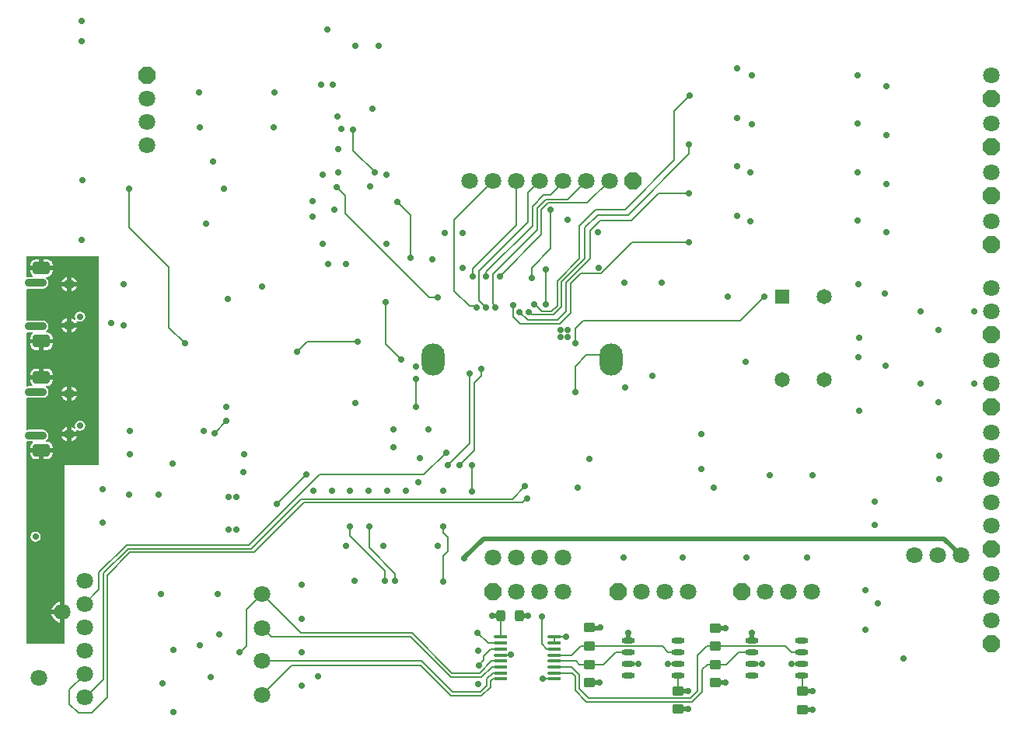
<source format=gbl>
G04*
G04 #@! TF.GenerationSoftware,Altium Limited,Altium Designer,19.0.12 (326)*
G04*
G04 Layer_Physical_Order=4*
G04 Layer_Color=32768*
%FSLAX42Y42*%
%MOMM*%
G71*
G01*
G75*
%ADD12C,0.20*%
%ADD78C,0.50*%
G04:AMPARAMS|DCode=79|XSize=1mm|YSize=1.25mm|CornerRadius=0.25mm|HoleSize=0mm|Usage=FLASHONLY|Rotation=270.000|XOffset=0mm|YOffset=0mm|HoleType=Round|Shape=RoundedRectangle|*
%AMROUNDEDRECTD79*
21,1,1.00,0.75,0,0,270.0*
21,1,0.50,1.25,0,0,270.0*
1,1,0.50,-0.38,-0.25*
1,1,0.50,-0.38,0.25*
1,1,0.50,0.38,0.25*
1,1,0.50,0.38,-0.25*
%
%ADD79ROUNDEDRECTD79*%
G04:AMPARAMS|DCode=86|XSize=1mm|YSize=1.25mm|CornerRadius=0.25mm|HoleSize=0mm|Usage=FLASHONLY|Rotation=0.000|XOffset=0mm|YOffset=0mm|HoleType=Round|Shape=RoundedRectangle|*
%AMROUNDEDRECTD86*
21,1,1.00,0.75,0,0,0.0*
21,1,0.50,1.25,0,0,0.0*
1,1,0.50,0.25,-0.38*
1,1,0.50,-0.25,-0.38*
1,1,0.50,-0.25,0.38*
1,1,0.50,0.25,0.38*
%
%ADD86ROUNDEDRECTD86*%
%ADD93O,1.45X0.60*%
%ADD121C,0.75*%
%ADD122R,1.65X1.65*%
%ADD123C,1.65*%
%ADD124C,1.80*%
%ADD125P,1.95X8X292.5*%
%ADD126O,2.42X0.85*%
G04:AMPARAMS|DCode=127|XSize=1.9mm|YSize=1.38mm|CornerRadius=0.34mm|HoleSize=0mm|Usage=FLASHONLY|Rotation=180.000|XOffset=0mm|YOffset=0mm|HoleType=Round|Shape=RoundedRectangle|*
%AMROUNDEDRECTD127*
21,1,1.90,0.69,0,0,180.0*
21,1,1.21,1.38,0,0,180.0*
1,1,0.69,-0.61,0.34*
1,1,0.69,0.61,0.34*
1,1,0.69,0.61,-0.34*
1,1,0.69,-0.61,-0.34*
%
%ADD127ROUNDEDRECTD127*%
%ADD128O,1.25X1.05*%
%ADD129P,1.95X8X22.5*%
%ADD130C,0.70*%
%ADD131O,1.47X0.36*%
%ADD132O,2.54X3.51*%
G36*
X840Y2850D02*
X470Y2850D01*
X470Y1371D01*
X462Y1365D01*
Y1247D01*
Y1129D01*
X470Y1123D01*
Y899D01*
X50Y899D01*
X50Y1720D01*
Y3103D01*
X60Y3111D01*
X71Y3109D01*
X118D01*
X122Y3096D01*
X111Y3089D01*
X98Y3069D01*
X93Y3046D01*
Y3036D01*
X337D01*
Y3046D01*
X332Y3069D01*
X319Y3089D01*
X299Y3102D01*
X276Y3107D01*
X265D01*
X262Y3119D01*
X274Y3127D01*
X288Y3148D01*
X292Y3173D01*
X288Y3197D01*
X274Y3218D01*
X253Y3231D01*
X229Y3236D01*
X71D01*
X60Y3234D01*
X50Y3242D01*
Y3578D01*
X60Y3586D01*
X71Y3584D01*
X229D01*
X253Y3589D01*
X274Y3602D01*
X288Y3623D01*
X292Y3648D01*
X288Y3672D01*
X274Y3693D01*
X262Y3701D01*
X265Y3713D01*
X276D01*
X299Y3718D01*
X319Y3731D01*
X332Y3751D01*
X337Y3774D01*
Y3784D01*
X215D01*
X93D01*
Y3774D01*
X98Y3751D01*
X111Y3731D01*
X122Y3724D01*
X118Y3711D01*
X71D01*
X60Y3709D01*
X50Y3717D01*
Y4293D01*
X60Y4301D01*
X71Y4299D01*
X118D01*
X122Y4286D01*
X111Y4279D01*
X98Y4259D01*
X93Y4236D01*
Y4226D01*
X337D01*
Y4236D01*
X332Y4259D01*
X319Y4279D01*
X299Y4292D01*
X276Y4297D01*
X265D01*
X262Y4309D01*
X274Y4317D01*
X288Y4338D01*
X292Y4363D01*
X288Y4387D01*
X274Y4408D01*
X253Y4421D01*
X229Y4426D01*
X71D01*
X60Y4424D01*
X50Y4432D01*
Y4768D01*
X60Y4776D01*
X71Y4774D01*
X229D01*
X253Y4779D01*
X274Y4792D01*
X288Y4813D01*
X292Y4838D01*
X288Y4862D01*
X274Y4883D01*
X262Y4891D01*
X265Y4903D01*
X276D01*
X299Y4908D01*
X319Y4921D01*
X332Y4941D01*
X337Y4964D01*
Y4974D01*
X215D01*
X93D01*
Y4964D01*
X98Y4941D01*
X111Y4921D01*
X122Y4914D01*
X118Y4901D01*
X71D01*
X60Y4899D01*
X50Y4907D01*
Y5130D01*
X840D01*
Y2850D01*
D02*
G37*
%LPC*%
G36*
X276Y5094D02*
X240D01*
Y5024D01*
X337D01*
Y5033D01*
X332Y5056D01*
X319Y5076D01*
X299Y5089D01*
X276Y5094D01*
D02*
G37*
G36*
X190D02*
X154D01*
X131Y5089D01*
X111Y5076D01*
X98Y5056D01*
X93Y5033D01*
Y5024D01*
X190D01*
Y5094D01*
D02*
G37*
G36*
X540Y4899D02*
Y4847D01*
X599D01*
X593Y4862D01*
X581Y4878D01*
X564Y4891D01*
X545Y4898D01*
X540Y4899D01*
D02*
G37*
G36*
X490D02*
X485Y4898D01*
X466Y4891D01*
X449Y4878D01*
X437Y4862D01*
X431Y4847D01*
X490D01*
Y4899D01*
D02*
G37*
G36*
X599Y4797D02*
X540D01*
Y4746D01*
X545Y4747D01*
X564Y4754D01*
X581Y4767D01*
X593Y4783D01*
X599Y4797D01*
D02*
G37*
G36*
X490D02*
X431D01*
X437Y4783D01*
X449Y4767D01*
X466Y4754D01*
X485Y4747D01*
X490Y4746D01*
Y4797D01*
D02*
G37*
G36*
X635Y4526D02*
X613Y4522D01*
X595Y4510D01*
X583Y4491D01*
X579Y4470D01*
X583Y4449D01*
X585Y4446D01*
X576Y4437D01*
X564Y4446D01*
X545Y4453D01*
X540Y4454D01*
Y4402D01*
X599D01*
X593Y4417D01*
X602Y4426D01*
X613Y4418D01*
X635Y4414D01*
X656Y4418D01*
X675Y4430D01*
X687Y4449D01*
X691Y4470D01*
X687Y4491D01*
X675Y4510D01*
X656Y4522D01*
X635Y4526D01*
D02*
G37*
G36*
X490Y4454D02*
X485Y4453D01*
X466Y4446D01*
X449Y4433D01*
X437Y4417D01*
X431Y4402D01*
X490D01*
Y4454D01*
D02*
G37*
G36*
X599Y4352D02*
X540D01*
Y4301D01*
X545Y4302D01*
X564Y4309D01*
X581Y4322D01*
X593Y4338D01*
X599Y4352D01*
D02*
G37*
G36*
X490D02*
X431D01*
X437Y4338D01*
X449Y4322D01*
X466Y4309D01*
X485Y4302D01*
X490Y4301D01*
Y4352D01*
D02*
G37*
G36*
X337Y4176D02*
X240D01*
Y4106D01*
X276D01*
X299Y4111D01*
X319Y4124D01*
X332Y4144D01*
X337Y4167D01*
Y4176D01*
D02*
G37*
G36*
X190D02*
X93D01*
Y4167D01*
X98Y4144D01*
X111Y4124D01*
X131Y4111D01*
X154Y4106D01*
X190D01*
Y4176D01*
D02*
G37*
G36*
X276Y3904D02*
X240D01*
Y3834D01*
X337D01*
Y3843D01*
X332Y3866D01*
X319Y3886D01*
X299Y3899D01*
X276Y3904D01*
D02*
G37*
G36*
X190D02*
X154D01*
X131Y3899D01*
X111Y3886D01*
X98Y3866D01*
X93Y3843D01*
Y3834D01*
X190D01*
Y3904D01*
D02*
G37*
G36*
X540Y3709D02*
Y3657D01*
X599D01*
X593Y3672D01*
X581Y3688D01*
X564Y3701D01*
X545Y3708D01*
X540Y3709D01*
D02*
G37*
G36*
X490D02*
X485Y3708D01*
X466Y3701D01*
X449Y3688D01*
X437Y3672D01*
X431Y3657D01*
X490D01*
Y3709D01*
D02*
G37*
G36*
X599Y3607D02*
X540D01*
Y3556D01*
X545Y3557D01*
X564Y3564D01*
X581Y3577D01*
X593Y3593D01*
X599Y3607D01*
D02*
G37*
G36*
X490D02*
X431D01*
X437Y3593D01*
X449Y3577D01*
X466Y3564D01*
X485Y3557D01*
X490Y3556D01*
Y3607D01*
D02*
G37*
G36*
X635Y3336D02*
X613Y3332D01*
X595Y3320D01*
X583Y3301D01*
X579Y3280D01*
X583Y3259D01*
X585Y3256D01*
X576Y3247D01*
X564Y3256D01*
X545Y3263D01*
X540Y3264D01*
Y3212D01*
X599D01*
X593Y3227D01*
X602Y3236D01*
X613Y3228D01*
X635Y3224D01*
X656Y3228D01*
X675Y3240D01*
X687Y3259D01*
X691Y3280D01*
X687Y3301D01*
X675Y3320D01*
X656Y3332D01*
X635Y3336D01*
D02*
G37*
G36*
X490Y3264D02*
X485Y3263D01*
X466Y3256D01*
X449Y3243D01*
X437Y3227D01*
X431Y3212D01*
X490D01*
Y3264D01*
D02*
G37*
G36*
X599Y3162D02*
X540D01*
Y3111D01*
X545Y3112D01*
X564Y3119D01*
X581Y3132D01*
X593Y3148D01*
X599Y3162D01*
D02*
G37*
G36*
X490D02*
X431D01*
X437Y3148D01*
X449Y3132D01*
X466Y3119D01*
X485Y3112D01*
X490Y3111D01*
Y3162D01*
D02*
G37*
G36*
X337Y2986D02*
X240D01*
Y2916D01*
X276D01*
X299Y2921D01*
X319Y2934D01*
X332Y2954D01*
X337Y2977D01*
Y2986D01*
D02*
G37*
G36*
X190D02*
X93D01*
Y2977D01*
X98Y2954D01*
X111Y2934D01*
X131Y2921D01*
X154Y2916D01*
X190D01*
Y2986D01*
D02*
G37*
G36*
X150Y2126D02*
X129Y2122D01*
X110Y2110D01*
X98Y2092D01*
X94Y2070D01*
X98Y2049D01*
X110Y2030D01*
X129Y2018D01*
X150Y2014D01*
X171Y2018D01*
X190Y2030D01*
X202Y2049D01*
X206Y2070D01*
X202Y2092D01*
X190Y2110D01*
X171Y2122D01*
X150Y2126D01*
D02*
G37*
G36*
X412Y1360D02*
X407Y1359D01*
X379Y1348D01*
X355Y1329D01*
X336Y1305D01*
X325Y1277D01*
X324Y1272D01*
X412D01*
Y1360D01*
D02*
G37*
G36*
Y1222D02*
X324D01*
X325Y1217D01*
X336Y1189D01*
X355Y1165D01*
X379Y1146D01*
X407Y1135D01*
X412Y1134D01*
Y1222D01*
D02*
G37*
%LPD*%
D12*
X7146Y387D02*
Y556D01*
X5213Y976D02*
Y1207D01*
X5923Y976D02*
X5927Y980D01*
X5529Y1206D02*
Y1208D01*
X5213Y780D02*
X5350D01*
X3610Y6282D02*
X3849Y6043D01*
X3847Y6041D02*
X3849Y6043D01*
X3817Y6041D02*
X3847D01*
X3610Y6282D02*
Y6510D01*
X2100Y3200D02*
X2231Y3329D01*
X1173Y5437D02*
Y5862D01*
Y5437D02*
X1602Y5008D01*
X6028Y4177D02*
X6038Y4187D01*
X4976Y666D02*
X5033Y724D01*
X4966Y656D02*
X4976Y666D01*
X5008Y334D02*
X5107Y433D01*
X4676Y334D02*
X5008D01*
X4340Y670D02*
X4676Y334D01*
X4993Y375D02*
X5063Y445D01*
X4692Y375D02*
X4993D01*
X4354Y713D02*
X4692Y375D01*
X5133Y518D02*
X5213D01*
X5107Y493D02*
X5133Y518D01*
X5128Y584D02*
X5213D01*
X5063Y519D02*
X5128Y584D01*
X5116Y714D02*
X5213D01*
X5008Y540D02*
X5119Y650D01*
X4670Y540D02*
X5008D01*
X4232Y978D02*
X4670Y540D01*
X4987Y585D02*
X5116Y714D01*
X4682Y585D02*
X4987D01*
X4247Y1020D02*
X4682Y585D01*
X5119Y650D02*
X5213D01*
X5797Y584D02*
X5994D01*
X7549Y859D02*
X7550D01*
X5797Y650D02*
X5987D01*
X5797Y714D02*
X6033D01*
X6181Y849D02*
X6206Y874D01*
X6084D02*
X6181D01*
X5797Y780D02*
X5990D01*
X6084Y874D01*
X5767Y843D02*
X5797D01*
X5764D02*
X5767D01*
X5718D02*
X5764D01*
X5765Y842D01*
X5762Y845D02*
X5764Y843D01*
X5662Y899D02*
Y1203D01*
Y899D02*
X5718Y843D01*
X5765Y842D02*
X5767Y843D01*
X5797Y976D02*
X5923D01*
X4966Y1022D02*
X4966Y1022D01*
X6150Y270D02*
X7301D01*
X6028Y392D02*
X6150Y270D01*
X6028Y392D02*
Y550D01*
X5994Y584D02*
X6028Y550D01*
X5987Y650D02*
X6069Y568D01*
Y414D02*
Y568D01*
Y414D02*
X6172Y310D01*
X6033Y714D02*
X6069Y678D01*
X3520Y5597D02*
X4437Y4680D01*
X3520Y5597D02*
Y5790D01*
X4437Y4680D02*
X4534D01*
X4087Y5717D02*
X4230Y5573D01*
X4087Y5717D02*
X4088Y5717D01*
X4088D01*
X3430Y5880D02*
X3520Y5790D01*
X4230Y5110D02*
Y5573D01*
X1602Y4350D02*
Y5008D01*
Y4350D02*
X1775Y4177D01*
X3961Y4172D02*
Y4626D01*
Y4172D02*
X4130Y4003D01*
X3108Y4194D02*
X3658D01*
X3000Y4086D02*
X3108Y4194D01*
X3042Y1020D02*
X4247D01*
X2619Y1443D02*
X3042Y1020D01*
X2717Y978D02*
X4232D01*
X2619Y1076D02*
X2717Y978D01*
X2780Y2430D02*
X3097Y2747D01*
X2782Y2430D02*
X2800Y2448D01*
X2780Y2430D02*
X2782D01*
X1140Y1980D02*
X2470D01*
X840Y1680D02*
X1140Y1980D01*
X1160Y1940D02*
X2500D01*
X890Y1670D02*
X1160Y1940D01*
X932Y1652D02*
X1180Y1900D01*
X932Y322D02*
Y1652D01*
X760Y150D02*
X932Y322D01*
X1180Y1900D02*
X2530D01*
X890Y510D02*
Y1670D01*
X698Y318D02*
X890Y510D01*
X840Y1494D02*
Y1680D01*
X4308Y3792D02*
X4308Y3792D01*
X4297Y3483D02*
Y3792D01*
X4379Y2749D02*
X4620Y2990D01*
X3239Y2749D02*
X4379D01*
X2470Y1980D02*
X3239Y2749D01*
X2530Y1900D02*
X3070Y2440D01*
X5450D01*
X5500Y2490D01*
X5340Y2480D02*
X5480Y2620D01*
X3040Y2480D02*
X5340D01*
X2500Y1940D02*
X3040Y2480D01*
X616Y150D02*
X760D01*
X520Y246D02*
X616Y150D01*
X685Y1338D02*
X840Y1494D01*
X685Y1334D02*
Y1338D01*
X520Y246D02*
Y400D01*
X685Y565D01*
Y572D01*
Y318D02*
X698D01*
X2450Y880D02*
Y1274D01*
X2619Y1443D01*
X2380Y810D02*
X2450Y880D01*
X2378Y812D02*
X2380Y810D01*
X2373Y812D02*
X2378D01*
X2619Y346D02*
X2942Y670D01*
X4340D01*
X2619Y713D02*
X4354D01*
X3226Y558D02*
X3235Y567D01*
X3226Y546D02*
Y558D01*
X5107Y433D02*
Y493D01*
X5063Y445D02*
Y519D01*
X7576Y1074D02*
X7578Y1073D01*
X7550Y1074D02*
X7576D01*
X8382Y683D02*
X8496D01*
X7951D02*
X8064D01*
X7807Y810D02*
X7951D01*
X7673Y676D02*
X7807Y810D01*
X7549Y676D02*
X7673D01*
X8380Y810D02*
X8496D01*
X8316Y874D02*
X8380Y810D01*
X7550Y874D02*
X8316D01*
X7410Y621D02*
X7465Y676D01*
X7549D01*
X7410Y379D02*
Y621D01*
X7301Y270D02*
X7410Y379D01*
X7360Y774D02*
X7461Y874D01*
X7550D01*
X7360Y390D02*
Y774D01*
X7280Y310D02*
X7360Y390D01*
X6172Y310D02*
X7280D01*
X7032Y683D02*
X7146D01*
X6069Y678D02*
X6179D01*
X7146Y556D02*
X7146Y556D01*
X8496Y556D02*
X8497Y555D01*
Y387D02*
Y555D01*
X7239Y390D02*
X7239Y390D01*
X7260D01*
X7037Y810D02*
X7146D01*
X6974Y874D02*
X7037Y810D01*
X6206Y874D02*
X6974D01*
X6601Y683D02*
X6714D01*
X6300Y1070D02*
X6302Y1072D01*
Y1077D01*
X6467Y810D02*
X6600D01*
X6601Y810D01*
X6336Y678D02*
X6467Y810D01*
X6179Y678D02*
X6336D01*
X6181Y849D02*
Y874D01*
X6181Y849D02*
X6181Y849D01*
X5795Y780D02*
X5795Y780D01*
X5795Y780D02*
X5797D01*
X5677Y520D02*
X5795D01*
X5797Y518D01*
X5350Y780D02*
X5352Y782D01*
X5797Y909D02*
Y976D01*
X5033Y769D02*
X5108Y843D01*
X5033Y724D02*
Y769D01*
X5108Y843D02*
X5213D01*
X4966Y1022D02*
X5078Y909D01*
X5213D01*
X6150Y4050D02*
X6373D01*
X6418Y4005D01*
X6028Y3928D02*
X6150Y4050D01*
X6028Y3650D02*
Y3928D01*
X5760Y5209D02*
Y5640D01*
X5555Y5004D02*
X5760Y5209D01*
X5555Y4895D02*
Y5004D01*
X6647Y5277D02*
X7269D01*
X5354Y4466D02*
Y4594D01*
X6310Y4940D02*
X6647Y5277D01*
X7256Y5817D02*
X7277Y5838D01*
X5420Y4520D02*
X5510Y4430D01*
X6937Y5817D02*
X7256D01*
X6640Y5520D02*
X6937Y5817D01*
X7267Y6243D02*
Y6343D01*
X7108Y6709D02*
X7277Y6878D01*
X7108Y6175D02*
Y6709D01*
X7823Y4425D02*
X8088Y4689D01*
X6028Y4177D02*
Y4339D01*
X6114Y4425D01*
X7823D01*
X6270Y5580D02*
X6603D01*
X6573Y5640D02*
X7108Y6175D01*
X6250Y5640D02*
X6573D01*
X6603Y5580D02*
X7267Y6243D01*
X10560Y7102D02*
X10560Y7102D01*
X10555Y7102D02*
X10560D01*
X4873Y4582D02*
X4945D01*
X4705Y4750D02*
X4873Y4582D01*
X4705Y4750D02*
Y5526D01*
X5129Y5950D01*
X4945Y4582D02*
X4955Y4572D01*
X4911Y4909D02*
Y4991D01*
X5383Y5463D01*
Y5950D01*
X4910Y4910D02*
X4911Y4909D01*
X5510Y5823D02*
X5637Y5950D01*
X5510Y5501D02*
Y5823D01*
X4980Y4971D02*
X5510Y5501D01*
X4980Y4647D02*
Y4971D01*
Y4647D02*
X5055Y4572D01*
X5755Y5793D02*
X5891Y5929D01*
Y5950D01*
X5682Y5793D02*
X5755D01*
X5560Y5672D02*
X5682Y5793D01*
X5560Y5460D02*
Y5672D01*
X5058Y4958D02*
X5560Y5460D01*
X5058Y4913D02*
Y4958D01*
X5055Y4910D02*
X5058Y4913D01*
X5655Y5635D02*
X5730Y5710D01*
X5655Y5361D02*
Y5635D01*
X5205Y4911D02*
X5655Y5361D01*
X5710Y5750D02*
X5945D01*
X5610Y5650D02*
X5710Y5750D01*
X5610Y5417D02*
Y5650D01*
X5129Y4936D02*
X5610Y5417D01*
X5129Y4609D02*
Y4936D01*
X5945Y5750D02*
X6145Y5950D01*
X5129Y4609D02*
X5155Y4583D01*
Y4572D02*
Y4583D01*
X5730Y5710D02*
X6159D01*
X6399Y5950D01*
X6090Y4940D02*
X6310D01*
X5980Y4830D02*
X6090Y4940D01*
X5980Y4510D02*
Y4830D01*
X5860Y4390D02*
X5980Y4510D01*
X5430Y4390D02*
X5860D01*
X5354Y4466D02*
X5430Y4390D01*
X5354Y4594D02*
X5354D01*
X6300Y5520D02*
X6640D01*
X6190Y5410D02*
X6300Y5520D01*
X6190Y5100D02*
Y5410D01*
X5930Y4840D02*
X6190Y5100D01*
X5930Y4530D02*
Y4840D01*
X5830Y4430D02*
X5930Y4530D01*
X5510Y4430D02*
X5830D01*
X5420Y4520D02*
X5421D01*
X6130Y5440D02*
X6270Y5580D01*
X6130Y5100D02*
Y5440D01*
X5880Y4850D02*
X6130Y5100D01*
X5880Y4580D02*
Y4850D01*
X5790Y4490D02*
X5880Y4580D01*
X5557Y4490D02*
X5790D01*
X5527Y4520D02*
X5557Y4490D01*
X5520Y4520D02*
X5527D01*
X6070Y5460D02*
X6250Y5640D01*
X6070Y5100D02*
Y5460D01*
X5830Y4860D02*
X6070Y5100D01*
X5830Y4590D02*
Y4860D01*
X5770Y4530D02*
X5830Y4590D01*
X5662Y4530D02*
X5770D01*
X5590Y4603D02*
X5662Y4530D01*
X5588Y4600D02*
X5590Y4603D01*
X5580Y4600D02*
X5588D01*
X5705Y4600D02*
Y4980D01*
X4990Y3900D02*
X5000Y3890D01*
X5010Y3880D01*
X5000Y3890D02*
Y3900D01*
Y3820D02*
Y3890D01*
X4930Y3750D02*
X5000Y3820D01*
X4930Y3008D02*
Y3750D01*
X4880Y3088D02*
Y3850D01*
X4640Y2848D02*
X4880Y3088D01*
X4770Y2848D02*
X4930Y3008D01*
X4050Y3250D02*
X4050Y3250D01*
Y3242D02*
Y3250D01*
X4905Y2560D02*
Y2850D01*
Y2555D02*
X4910Y2550D01*
X4905Y2555D02*
Y2560D01*
X4590Y2110D02*
Y2180D01*
Y2110D02*
X4640Y2060D01*
Y1910D02*
Y2060D01*
X4590Y1860D02*
X4640Y1910D01*
X4590Y1580D02*
Y1860D01*
X3956Y1590D02*
Y1698D01*
X3576Y2078D02*
X3956Y1698D01*
X3576Y2078D02*
Y2164D01*
X3781Y1949D02*
X4066Y1664D01*
X3781Y1949D02*
Y2164D01*
X4066Y1590D02*
Y1664D01*
D78*
X4820Y1838D02*
Y1842D01*
X6294Y1076D02*
X6300Y1070D01*
X7147Y388D02*
X7149Y390D01*
X5213Y1207D02*
X5216D01*
X5124D02*
X5213D01*
X5123Y1208D02*
X5124Y1207D01*
X5216D02*
X5217Y1206D01*
X5123Y1208D02*
Y1208D01*
X5927Y976D02*
Y980D01*
X10044Y2050D02*
X10224Y1870D01*
X5028Y2050D02*
X10044D01*
X4820Y1842D02*
X5028Y2050D01*
X10560Y3210D02*
X10560Y3210D01*
X10555Y3210D02*
X10560D01*
X4482Y4005D02*
Y4088D01*
X2250Y2140D02*
Y2150D01*
X7580Y1074D02*
X7663D01*
X7578Y1073D02*
X7580Y1074D01*
X7146Y387D02*
X7147Y388D01*
Y390D01*
X8497Y187D02*
X8610D01*
X8497Y387D02*
X8610D01*
X7147Y190D02*
X7260D01*
X7149Y390D02*
X7239D01*
X7549Y476D02*
X7663D01*
X7951Y937D02*
Y1021D01*
X6601Y937D02*
Y1021D01*
X6179Y478D02*
X6293D01*
X6182Y1076D02*
X6294D01*
X6181Y1077D02*
X6182Y1076D01*
X5509Y1206D02*
X5517D01*
X5417D02*
X5509D01*
X5517D02*
X5519Y1208D01*
X3950Y1588D02*
X3952Y1590D01*
X3956D01*
D79*
X7550Y1074D02*
D03*
Y874D02*
D03*
X7549Y476D02*
D03*
Y676D02*
D03*
X8497Y187D02*
D03*
Y387D02*
D03*
X7147Y190D02*
D03*
Y390D02*
D03*
X6181Y877D02*
D03*
Y1077D02*
D03*
X6179Y678D02*
D03*
Y478D02*
D03*
D86*
X5417Y1206D02*
D03*
X5217D02*
D03*
D93*
X8496Y937D02*
D03*
Y810D02*
D03*
Y683D02*
D03*
Y556D02*
D03*
X7951Y937D02*
D03*
Y810D02*
D03*
Y683D02*
D03*
Y556D02*
D03*
X7146Y937D02*
D03*
Y810D02*
D03*
Y683D02*
D03*
Y556D02*
D03*
X6601Y937D02*
D03*
Y810D02*
D03*
Y683D02*
D03*
Y556D02*
D03*
D121*
X171Y1840D02*
X300Y1969D01*
D122*
X8285Y4684D02*
D03*
D123*
X8735D02*
D03*
Y3784D02*
D03*
X8285D02*
D03*
D124*
X183Y527D02*
D03*
X437Y1247D02*
D03*
X10555Y3994D02*
D03*
Y3740D02*
D03*
Y1661D02*
D03*
Y1407D02*
D03*
Y1153D02*
D03*
X10224Y1870D02*
D03*
X9716D02*
D03*
X9970D02*
D03*
X10555Y2448D02*
D03*
Y2702D02*
D03*
Y2956D02*
D03*
Y3210D02*
D03*
Y2194D02*
D03*
Y6572D02*
D03*
Y5512D02*
D03*
Y6042D02*
D03*
Y7102D02*
D03*
Y4529D02*
D03*
Y4783D02*
D03*
X6145Y5950D02*
D03*
X5891D02*
D03*
X5637D02*
D03*
X5383D02*
D03*
X6399D02*
D03*
X5129D02*
D03*
X4875D02*
D03*
X1360Y6339D02*
D03*
Y6593D02*
D03*
Y6847D02*
D03*
X685Y1588D02*
D03*
Y1334D02*
D03*
Y1080D02*
D03*
Y826D02*
D03*
Y572D02*
D03*
Y318D02*
D03*
X2619Y346D02*
D03*
X2619Y713D02*
D03*
X2619Y1076D02*
D03*
X2619Y1443D02*
D03*
X5129Y1840D02*
D03*
X5383D02*
D03*
X5637D02*
D03*
X5891D02*
D03*
X5891Y1471D02*
D03*
X5637D02*
D03*
X5383D02*
D03*
X6746D02*
D03*
X7000D02*
D03*
X7254D02*
D03*
X8096D02*
D03*
X8350D02*
D03*
X8604D02*
D03*
D125*
X10555Y3486D02*
D03*
Y899D02*
D03*
X10555Y1940D02*
D03*
Y6318D02*
D03*
Y5258D02*
D03*
Y5788D02*
D03*
Y6848D02*
D03*
Y4275D02*
D03*
X1360Y7101D02*
D03*
D126*
X150Y4838D02*
D03*
Y4363D02*
D03*
Y3173D02*
D03*
Y3648D02*
D03*
D127*
X215Y4999D02*
D03*
Y4201D02*
D03*
Y3011D02*
D03*
Y3809D02*
D03*
D128*
X515Y4377D02*
D03*
Y4822D02*
D03*
Y3632D02*
D03*
Y3187D02*
D03*
D129*
X6653Y5950D02*
D03*
X5129Y1471D02*
D03*
X6492D02*
D03*
X7842D02*
D03*
D130*
X2100Y3200D02*
D03*
X1980Y3219D02*
D03*
X4338Y2930D02*
D03*
X4430Y3238D02*
D03*
X215Y4600D02*
D03*
Y3410D02*
D03*
X635Y4470D02*
D03*
Y3280D02*
D03*
X2231Y3329D02*
D03*
X5123Y1208D02*
D03*
X5927Y976D02*
D03*
X5662Y1203D02*
D03*
X4820Y1838D02*
D03*
X3889Y7420D02*
D03*
X3635D02*
D03*
X3327Y7598D02*
D03*
X3390Y7000D02*
D03*
X3260D02*
D03*
X3440Y6650D02*
D03*
X3816Y6740D02*
D03*
X3478Y6520D02*
D03*
X4088Y5717D02*
D03*
X3974Y5260D02*
D03*
X3847Y6041D02*
D03*
X3170Y5563D02*
D03*
X3278Y5267D02*
D03*
X3610Y6510D02*
D03*
X3443Y6299D02*
D03*
Y6039D02*
D03*
X4534Y4680D02*
D03*
X3430Y5880D02*
D03*
X3170Y5727D02*
D03*
X3280Y6018D02*
D03*
X3400Y5640D02*
D03*
X3795Y5887D02*
D03*
X3974Y6020D02*
D03*
X4230Y5110D02*
D03*
X1173Y5862D02*
D03*
X1775Y4177D02*
D03*
X2240Y4666D02*
D03*
X2619Y4800D02*
D03*
X3534Y5042D02*
D03*
X3340Y5040D02*
D03*
X3961Y4626D02*
D03*
X3658Y4194D02*
D03*
X3000Y4086D02*
D03*
X4130Y4003D02*
D03*
X4480Y3868D02*
D03*
X1490Y2530D02*
D03*
X1170Y2530D02*
D03*
X2780Y2430D02*
D03*
X3097Y2747D02*
D03*
X4297Y3922D02*
D03*
X2225Y3485D02*
D03*
X3630Y3530D02*
D03*
X4297Y3792D02*
D03*
X4297Y3483D02*
D03*
X2008Y5481D02*
D03*
X2204Y5862D02*
D03*
X2084Y6162D02*
D03*
X2740Y6530D02*
D03*
X1940D02*
D03*
X1930Y6911D02*
D03*
X2750D02*
D03*
X655Y7695D02*
D03*
Y7472D02*
D03*
X1107Y4372D02*
D03*
Y4827D02*
D03*
X978Y4400D02*
D03*
X657Y5960D02*
D03*
X655Y5306D02*
D03*
X2340Y2500D02*
D03*
X2250D02*
D03*
X2340Y2150D02*
D03*
X2250D02*
D03*
X150Y2070D02*
D03*
X1180Y2965D02*
D03*
X1640Y2870D02*
D03*
X2419Y2970D02*
D03*
X2416Y2770D02*
D03*
X1180Y3219D02*
D03*
X4620Y2990D02*
D03*
X5500Y2490D02*
D03*
X5480Y2620D02*
D03*
X1650Y162D02*
D03*
X2060Y538D02*
D03*
X2373Y812D02*
D03*
X1942Y888D02*
D03*
X2155Y1001D02*
D03*
X2136Y1443D02*
D03*
X1650Y839D02*
D03*
X3226Y546D02*
D03*
X4322Y2660D02*
D03*
X8382Y683D02*
D03*
X8064D02*
D03*
X8610Y187D02*
D03*
Y387D02*
D03*
X7260Y390D02*
D03*
Y190D02*
D03*
X7032Y683D02*
D03*
X7951Y1021D02*
D03*
X7663Y1074D02*
D03*
X6714Y683D02*
D03*
X6601Y1021D02*
D03*
X6293Y478D02*
D03*
X6302Y1077D02*
D03*
X5509Y1206D02*
D03*
X6055Y2602D02*
D03*
X6178Y2915D02*
D03*
X9190Y1483D02*
D03*
X9322Y1344D02*
D03*
X9190Y1057D02*
D03*
X6028Y3650D02*
D03*
X5870Y4250D02*
D03*
Y4320D02*
D03*
X5940Y4250D02*
D03*
Y4320D02*
D03*
X9990Y2954D02*
D03*
X9990Y2702D02*
D03*
X9286Y2195D02*
D03*
X9286Y2449D02*
D03*
X7538Y2602D02*
D03*
X7400Y2805D02*
D03*
Y3185D02*
D03*
X8615Y2740D02*
D03*
X8143D02*
D03*
X8088Y4689D02*
D03*
X7688Y4689D02*
D03*
X7880Y3980D02*
D03*
X6028Y4177D02*
D03*
X6870Y3820D02*
D03*
X6568Y3697D02*
D03*
X7267Y6343D02*
D03*
X7267Y5817D02*
D03*
X7269Y5278D02*
D03*
X7790Y5571D02*
D03*
X7790Y6113D02*
D03*
X7793Y6638D02*
D03*
X9103Y5514D02*
D03*
X9417Y5388D02*
D03*
Y5918D02*
D03*
Y6448D02*
D03*
X9103Y7104D02*
D03*
X9417Y6978D02*
D03*
X9985Y4326D02*
D03*
X9985Y3536D02*
D03*
X9115Y3447D02*
D03*
X9115Y4237D02*
D03*
X9113Y4030D02*
D03*
X9108Y4820D02*
D03*
X10370Y4529D02*
D03*
X10370Y3740D02*
D03*
X9790Y3738D02*
D03*
X9790Y4527D02*
D03*
X9405Y3933D02*
D03*
X9398Y4722D02*
D03*
X7788Y7173D02*
D03*
X9417Y6978D02*
D03*
Y6448D02*
D03*
Y5918D02*
D03*
X9103Y6044D02*
D03*
Y6574D02*
D03*
Y7104D02*
D03*
X7947Y7100D02*
D03*
Y6570D02*
D03*
X7937Y6041D02*
D03*
Y5508D02*
D03*
X4955Y4572D02*
D03*
X4910Y4910D02*
D03*
X5055Y4572D02*
D03*
X5055Y4910D02*
D03*
X5155Y4572D02*
D03*
X5205Y4911D02*
D03*
X7277Y6878D02*
D03*
X6968Y4843D02*
D03*
X6566D02*
D03*
X6280Y5005D02*
D03*
X5580Y4600D02*
D03*
X5520Y4520D02*
D03*
X5421D02*
D03*
X5354Y4594D02*
D03*
X5555Y4895D02*
D03*
X6278Y5388D02*
D03*
X4473Y5093D02*
D03*
X4805Y5003D02*
D03*
X4603Y5383D02*
D03*
X4803Y5385D02*
D03*
X5760Y5640D02*
D03*
X5940Y5530D02*
D03*
X5705Y4980D02*
D03*
Y4600D02*
D03*
X5677Y520D02*
D03*
X5326Y782D02*
D03*
X4976Y666D02*
D03*
X4966Y1022D02*
D03*
X5000Y3900D02*
D03*
X4880Y3850D02*
D03*
X4640Y2848D02*
D03*
X4770D02*
D03*
X4050Y3242D02*
D03*
Y3042D02*
D03*
X4905Y2560D02*
D03*
Y2850D02*
D03*
X4590Y2180D02*
D03*
X882Y2585D02*
D03*
X884Y2225D02*
D03*
X6550Y1843D02*
D03*
X7200Y1843D02*
D03*
X8550D02*
D03*
X7890D02*
D03*
X9599Y740D02*
D03*
X7663Y476D02*
D03*
X4974Y829D02*
D03*
X4973Y463D02*
D03*
X1514Y1443D02*
D03*
X1537Y475D02*
D03*
X3050Y446D02*
D03*
X3049Y812D02*
D03*
Y1543D02*
D03*
X3050Y1178D02*
D03*
X4590Y1580D02*
D03*
X3534Y1970D02*
D03*
X3781Y2184D02*
D03*
X3576Y2184D02*
D03*
X4066Y1590D02*
D03*
X3956D02*
D03*
X4528Y1970D02*
D03*
X3940Y1970D02*
D03*
X3626Y1590D02*
D03*
X4590Y2570D02*
D03*
X4180D02*
D03*
X3980D02*
D03*
X3780D02*
D03*
X3576Y2570D02*
D03*
X3376Y2570D02*
D03*
X3172Y2570D02*
D03*
D131*
X5213Y976D02*
D03*
Y909D02*
D03*
Y843D02*
D03*
Y780D02*
D03*
Y714D02*
D03*
Y650D02*
D03*
Y584D02*
D03*
Y518D02*
D03*
X5797D02*
D03*
Y584D02*
D03*
Y650D02*
D03*
Y714D02*
D03*
Y780D02*
D03*
Y843D02*
D03*
Y909D02*
D03*
Y976D02*
D03*
D132*
X4482Y4005D02*
D03*
X6418D02*
D03*
M02*

</source>
